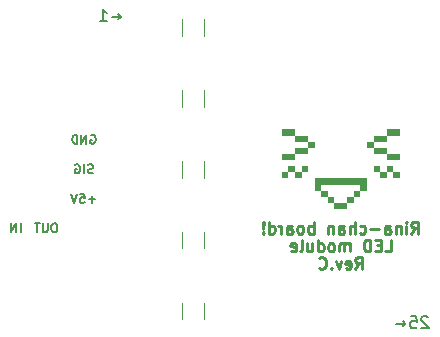
<source format=gbr>
%TF.GenerationSoftware,KiCad,Pcbnew,6.0.2-378541a8eb~116~ubuntu18.04.1*%
%TF.CreationDate,2022-03-16T16:53:27+09:00*%
%TF.ProjectId,led_a,6c65645f-612e-46b6-9963-61645f706362,rev?*%
%TF.SameCoordinates,Original*%
%TF.FileFunction,Legend,Bot*%
%TF.FilePolarity,Positive*%
%FSLAX46Y46*%
G04 Gerber Fmt 4.6, Leading zero omitted, Abs format (unit mm)*
G04 Created by KiCad (PCBNEW 6.0.2-378541a8eb~116~ubuntu18.04.1) date 2022-03-16 16:53:27*
%MOMM*%
%LPD*%
G01*
G04 APERTURE LIST*
%ADD10C,0.150000*%
%ADD11C,0.250000*%
%ADD12C,0.120000*%
G04 APERTURE END LIST*
D10*
X92095238Y-42071428D02*
X92857142Y-42071428D01*
X92666666Y-42261904D02*
X92857142Y-42071428D01*
X92666666Y-41880952D01*
X91095238Y-42452380D02*
X91666666Y-42452380D01*
X91380952Y-42452380D02*
X91380952Y-41452380D01*
X91476190Y-41595238D01*
X91571428Y-41690476D01*
X91666666Y-41738095D01*
X90321428Y-52125000D02*
X90392857Y-52089285D01*
X90500000Y-52089285D01*
X90607142Y-52125000D01*
X90678571Y-52196428D01*
X90714285Y-52267857D01*
X90750000Y-52410714D01*
X90750000Y-52517857D01*
X90714285Y-52660714D01*
X90678571Y-52732142D01*
X90607142Y-52803571D01*
X90500000Y-52839285D01*
X90428571Y-52839285D01*
X90321428Y-52803571D01*
X90285714Y-52767857D01*
X90285714Y-52517857D01*
X90428571Y-52517857D01*
X89964285Y-52839285D02*
X89964285Y-52089285D01*
X89535714Y-52839285D01*
X89535714Y-52089285D01*
X89178571Y-52839285D02*
X89178571Y-52089285D01*
X89000000Y-52089285D01*
X88892857Y-52125000D01*
X88821428Y-52196428D01*
X88785714Y-52267857D01*
X88750000Y-52410714D01*
X88750000Y-52517857D01*
X88785714Y-52660714D01*
X88821428Y-52732142D01*
X88892857Y-52803571D01*
X89000000Y-52839285D01*
X89178571Y-52839285D01*
X87320000Y-59579285D02*
X87177142Y-59579285D01*
X87105714Y-59615000D01*
X87034285Y-59686428D01*
X86998571Y-59829285D01*
X86998571Y-60079285D01*
X87034285Y-60222142D01*
X87105714Y-60293571D01*
X87177142Y-60329285D01*
X87320000Y-60329285D01*
X87391428Y-60293571D01*
X87462857Y-60222142D01*
X87498571Y-60079285D01*
X87498571Y-59829285D01*
X87462857Y-59686428D01*
X87391428Y-59615000D01*
X87320000Y-59579285D01*
X86677142Y-59579285D02*
X86677142Y-60186428D01*
X86641428Y-60257857D01*
X86605714Y-60293571D01*
X86534285Y-60329285D01*
X86391428Y-60329285D01*
X86320000Y-60293571D01*
X86284285Y-60257857D01*
X86248571Y-60186428D01*
X86248571Y-59579285D01*
X85998571Y-59579285D02*
X85570000Y-59579285D01*
X85784285Y-60329285D02*
X85784285Y-59579285D01*
X118880952Y-67547619D02*
X118833333Y-67500000D01*
X118738095Y-67452380D01*
X118500000Y-67452380D01*
X118404761Y-67500000D01*
X118357142Y-67547619D01*
X118309523Y-67642857D01*
X118309523Y-67738095D01*
X118357142Y-67880952D01*
X118928571Y-68452380D01*
X118309523Y-68452380D01*
X117404761Y-67452380D02*
X117880952Y-67452380D01*
X117928571Y-67928571D01*
X117880952Y-67880952D01*
X117785714Y-67833333D01*
X117547619Y-67833333D01*
X117452380Y-67880952D01*
X117404761Y-67928571D01*
X117357142Y-68023809D01*
X117357142Y-68261904D01*
X117404761Y-68357142D01*
X117452380Y-68404761D01*
X117547619Y-68452380D01*
X117785714Y-68452380D01*
X117880952Y-68404761D01*
X117928571Y-68357142D01*
X116166666Y-68071428D02*
X116928571Y-68071428D01*
X116738095Y-68261904D02*
X116928571Y-68071428D01*
X116738095Y-67880952D01*
D11*
X115238095Y-61952380D02*
X115714285Y-61952380D01*
X115714285Y-60952380D01*
X114904761Y-61428571D02*
X114571428Y-61428571D01*
X114428571Y-61952380D02*
X114904761Y-61952380D01*
X114904761Y-60952380D01*
X114428571Y-60952380D01*
X114000000Y-61952380D02*
X114000000Y-60952380D01*
X113761904Y-60952380D01*
X113619047Y-61000000D01*
X113523809Y-61095238D01*
X113476190Y-61190476D01*
X113428571Y-61380952D01*
X113428571Y-61523809D01*
X113476190Y-61714285D01*
X113523809Y-61809523D01*
X113619047Y-61904761D01*
X113761904Y-61952380D01*
X114000000Y-61952380D01*
X112238095Y-61952380D02*
X112238095Y-61285714D01*
X112238095Y-61380952D02*
X112190476Y-61333333D01*
X112095238Y-61285714D01*
X111952380Y-61285714D01*
X111857142Y-61333333D01*
X111809523Y-61428571D01*
X111809523Y-61952380D01*
X111809523Y-61428571D02*
X111761904Y-61333333D01*
X111666666Y-61285714D01*
X111523809Y-61285714D01*
X111428571Y-61333333D01*
X111380952Y-61428571D01*
X111380952Y-61952380D01*
X110761904Y-61952380D02*
X110857142Y-61904761D01*
X110904761Y-61857142D01*
X110952380Y-61761904D01*
X110952380Y-61476190D01*
X110904761Y-61380952D01*
X110857142Y-61333333D01*
X110761904Y-61285714D01*
X110619047Y-61285714D01*
X110523809Y-61333333D01*
X110476190Y-61380952D01*
X110428571Y-61476190D01*
X110428571Y-61761904D01*
X110476190Y-61857142D01*
X110523809Y-61904761D01*
X110619047Y-61952380D01*
X110761904Y-61952380D01*
X109571428Y-61952380D02*
X109571428Y-60952380D01*
X109571428Y-61904761D02*
X109666666Y-61952380D01*
X109857142Y-61952380D01*
X109952380Y-61904761D01*
X110000000Y-61857142D01*
X110047619Y-61761904D01*
X110047619Y-61476190D01*
X110000000Y-61380952D01*
X109952380Y-61333333D01*
X109857142Y-61285714D01*
X109666666Y-61285714D01*
X109571428Y-61333333D01*
X108666666Y-61285714D02*
X108666666Y-61952380D01*
X109095238Y-61285714D02*
X109095238Y-61809523D01*
X109047619Y-61904761D01*
X108952380Y-61952380D01*
X108809523Y-61952380D01*
X108714285Y-61904761D01*
X108666666Y-61857142D01*
X108047619Y-61952380D02*
X108142857Y-61904761D01*
X108190476Y-61809523D01*
X108190476Y-60952380D01*
X107285714Y-61904761D02*
X107380952Y-61952380D01*
X107571428Y-61952380D01*
X107666666Y-61904761D01*
X107714285Y-61809523D01*
X107714285Y-61428571D01*
X107666666Y-61333333D01*
X107571428Y-61285714D01*
X107380952Y-61285714D01*
X107285714Y-61333333D01*
X107238095Y-61428571D01*
X107238095Y-61523809D01*
X107714285Y-61619047D01*
D10*
X90517857Y-55303571D02*
X90410714Y-55339285D01*
X90232142Y-55339285D01*
X90160714Y-55303571D01*
X90125000Y-55267857D01*
X90089285Y-55196428D01*
X90089285Y-55125000D01*
X90125000Y-55053571D01*
X90160714Y-55017857D01*
X90232142Y-54982142D01*
X90375000Y-54946428D01*
X90446428Y-54910714D01*
X90482142Y-54875000D01*
X90517857Y-54803571D01*
X90517857Y-54732142D01*
X90482142Y-54660714D01*
X90446428Y-54625000D01*
X90375000Y-54589285D01*
X90196428Y-54589285D01*
X90089285Y-54625000D01*
X89767857Y-55339285D02*
X89767857Y-54589285D01*
X89017857Y-54625000D02*
X89089285Y-54589285D01*
X89196428Y-54589285D01*
X89303571Y-54625000D01*
X89375000Y-54696428D01*
X89410714Y-54767857D01*
X89446428Y-54910714D01*
X89446428Y-55017857D01*
X89410714Y-55160714D01*
X89375000Y-55232142D01*
X89303571Y-55303571D01*
X89196428Y-55339285D01*
X89125000Y-55339285D01*
X89017857Y-55303571D01*
X88982142Y-55267857D01*
X88982142Y-55017857D01*
X89125000Y-55017857D01*
D11*
X117476190Y-60452380D02*
X117809523Y-59976190D01*
X118047619Y-60452380D02*
X118047619Y-59452380D01*
X117666666Y-59452380D01*
X117571428Y-59500000D01*
X117523809Y-59547619D01*
X117476190Y-59642857D01*
X117476190Y-59785714D01*
X117523809Y-59880952D01*
X117571428Y-59928571D01*
X117666666Y-59976190D01*
X118047619Y-59976190D01*
X117047619Y-60452380D02*
X117047619Y-59785714D01*
X117047619Y-59452380D02*
X117095238Y-59500000D01*
X117047619Y-59547619D01*
X117000000Y-59500000D01*
X117047619Y-59452380D01*
X117047619Y-59547619D01*
X116571428Y-59785714D02*
X116571428Y-60452380D01*
X116571428Y-59880952D02*
X116523809Y-59833333D01*
X116428571Y-59785714D01*
X116285714Y-59785714D01*
X116190476Y-59833333D01*
X116142857Y-59928571D01*
X116142857Y-60452380D01*
X115238095Y-60452380D02*
X115238095Y-59928571D01*
X115285714Y-59833333D01*
X115380952Y-59785714D01*
X115571428Y-59785714D01*
X115666666Y-59833333D01*
X115238095Y-60404761D02*
X115333333Y-60452380D01*
X115571428Y-60452380D01*
X115666666Y-60404761D01*
X115714285Y-60309523D01*
X115714285Y-60214285D01*
X115666666Y-60119047D01*
X115571428Y-60071428D01*
X115333333Y-60071428D01*
X115238095Y-60023809D01*
X114761904Y-60071428D02*
X114000000Y-60071428D01*
X113095238Y-60404761D02*
X113190476Y-60452380D01*
X113380952Y-60452380D01*
X113476190Y-60404761D01*
X113523809Y-60357142D01*
X113571428Y-60261904D01*
X113571428Y-59976190D01*
X113523809Y-59880952D01*
X113476190Y-59833333D01*
X113380952Y-59785714D01*
X113190476Y-59785714D01*
X113095238Y-59833333D01*
X112666666Y-60452380D02*
X112666666Y-59452380D01*
X112238095Y-60452380D02*
X112238095Y-59928571D01*
X112285714Y-59833333D01*
X112380952Y-59785714D01*
X112523809Y-59785714D01*
X112619047Y-59833333D01*
X112666666Y-59880952D01*
X111333333Y-60452380D02*
X111333333Y-59928571D01*
X111380952Y-59833333D01*
X111476190Y-59785714D01*
X111666666Y-59785714D01*
X111761904Y-59833333D01*
X111333333Y-60404761D02*
X111428571Y-60452380D01*
X111666666Y-60452380D01*
X111761904Y-60404761D01*
X111809523Y-60309523D01*
X111809523Y-60214285D01*
X111761904Y-60119047D01*
X111666666Y-60071428D01*
X111428571Y-60071428D01*
X111333333Y-60023809D01*
X110857142Y-59785714D02*
X110857142Y-60452380D01*
X110857142Y-59880952D02*
X110809523Y-59833333D01*
X110714285Y-59785714D01*
X110571428Y-59785714D01*
X110476190Y-59833333D01*
X110428571Y-59928571D01*
X110428571Y-60452380D01*
X109190476Y-60452380D02*
X109190476Y-59452380D01*
X109190476Y-59833333D02*
X109095238Y-59785714D01*
X108904761Y-59785714D01*
X108809523Y-59833333D01*
X108761904Y-59880952D01*
X108714285Y-59976190D01*
X108714285Y-60261904D01*
X108761904Y-60357142D01*
X108809523Y-60404761D01*
X108904761Y-60452380D01*
X109095238Y-60452380D01*
X109190476Y-60404761D01*
X108142857Y-60452380D02*
X108238095Y-60404761D01*
X108285714Y-60357142D01*
X108333333Y-60261904D01*
X108333333Y-59976190D01*
X108285714Y-59880952D01*
X108238095Y-59833333D01*
X108142857Y-59785714D01*
X108000000Y-59785714D01*
X107904761Y-59833333D01*
X107857142Y-59880952D01*
X107809523Y-59976190D01*
X107809523Y-60261904D01*
X107857142Y-60357142D01*
X107904761Y-60404761D01*
X108000000Y-60452380D01*
X108142857Y-60452380D01*
X106952380Y-60452380D02*
X106952380Y-59928571D01*
X107000000Y-59833333D01*
X107095238Y-59785714D01*
X107285714Y-59785714D01*
X107380952Y-59833333D01*
X106952380Y-60404761D02*
X107047619Y-60452380D01*
X107285714Y-60452380D01*
X107380952Y-60404761D01*
X107428571Y-60309523D01*
X107428571Y-60214285D01*
X107380952Y-60119047D01*
X107285714Y-60071428D01*
X107047619Y-60071428D01*
X106952380Y-60023809D01*
X106476190Y-60452380D02*
X106476190Y-59785714D01*
X106476190Y-59976190D02*
X106428571Y-59880952D01*
X106380952Y-59833333D01*
X106285714Y-59785714D01*
X106190476Y-59785714D01*
X105428571Y-60452380D02*
X105428571Y-59452380D01*
X105428571Y-60404761D02*
X105523809Y-60452380D01*
X105714285Y-60452380D01*
X105809523Y-60404761D01*
X105857142Y-60357142D01*
X105904761Y-60261904D01*
X105904761Y-59976190D01*
X105857142Y-59880952D01*
X105809523Y-59833333D01*
X105714285Y-59785714D01*
X105523809Y-59785714D01*
X105428571Y-59833333D01*
X104952380Y-60357142D02*
X104904761Y-60404761D01*
X104952380Y-60452380D01*
X105000000Y-60404761D01*
X104952380Y-60357142D01*
X104952380Y-60452380D01*
X104952380Y-60071428D02*
X105000000Y-59500000D01*
X104952380Y-59452380D01*
X104904761Y-59500000D01*
X104952380Y-60071428D01*
X104952380Y-59452380D01*
X112738095Y-63452380D02*
X113071428Y-62976190D01*
X113309523Y-63452380D02*
X113309523Y-62452380D01*
X112928571Y-62452380D01*
X112833333Y-62500000D01*
X112785714Y-62547619D01*
X112738095Y-62642857D01*
X112738095Y-62785714D01*
X112785714Y-62880952D01*
X112833333Y-62928571D01*
X112928571Y-62976190D01*
X113309523Y-62976190D01*
X111928571Y-63404761D02*
X112023809Y-63452380D01*
X112214285Y-63452380D01*
X112309523Y-63404761D01*
X112357142Y-63309523D01*
X112357142Y-62928571D01*
X112309523Y-62833333D01*
X112214285Y-62785714D01*
X112023809Y-62785714D01*
X111928571Y-62833333D01*
X111880952Y-62928571D01*
X111880952Y-63023809D01*
X112357142Y-63119047D01*
X111547619Y-62785714D02*
X111309523Y-63452380D01*
X111071428Y-62785714D01*
X110690476Y-63357142D02*
X110642857Y-63404761D01*
X110690476Y-63452380D01*
X110738095Y-63404761D01*
X110690476Y-63357142D01*
X110690476Y-63452380D01*
X109642857Y-63357142D02*
X109690476Y-63404761D01*
X109833333Y-63452380D01*
X109928571Y-63452380D01*
X110071428Y-63404761D01*
X110166666Y-63309523D01*
X110214285Y-63214285D01*
X110261904Y-63023809D01*
X110261904Y-62880952D01*
X110214285Y-62690476D01*
X110166666Y-62595238D01*
X110071428Y-62500000D01*
X109928571Y-62452380D01*
X109833333Y-62452380D01*
X109690476Y-62500000D01*
X109642857Y-62547619D01*
D10*
X84392857Y-60339285D02*
X84392857Y-59589285D01*
X84035714Y-60339285D02*
X84035714Y-59589285D01*
X83607142Y-60339285D01*
X83607142Y-59589285D01*
X90714285Y-57553571D02*
X90142857Y-57553571D01*
X90428571Y-57839285D02*
X90428571Y-57267857D01*
X89428571Y-57089285D02*
X89785714Y-57089285D01*
X89821428Y-57446428D01*
X89785714Y-57410714D01*
X89714285Y-57375000D01*
X89535714Y-57375000D01*
X89464285Y-57410714D01*
X89428571Y-57446428D01*
X89392857Y-57517857D01*
X89392857Y-57696428D01*
X89428571Y-57767857D01*
X89464285Y-57803571D01*
X89535714Y-57839285D01*
X89714285Y-57839285D01*
X89785714Y-57803571D01*
X89821428Y-57767857D01*
X89178571Y-57089285D02*
X88928571Y-57839285D01*
X88678571Y-57089285D01*
D12*
%TO.C,C2*%
X98090000Y-49711252D02*
X98090000Y-48288748D01*
X99910000Y-49711252D02*
X99910000Y-48288748D01*
%TO.C,C4*%
X99910000Y-61711252D02*
X99910000Y-60288748D01*
X98090000Y-61711252D02*
X98090000Y-60288748D01*
%TO.C,G\u002A\u002A\u002A*%
G36*
X116491958Y-55783570D02*
G01*
X115937296Y-55783570D01*
X115937296Y-55264125D01*
X116491958Y-55264125D01*
X116491958Y-55783570D01*
G37*
G36*
X114827972Y-55264125D02*
G01*
X114273310Y-55264125D01*
X114273310Y-54744679D01*
X114827972Y-54744679D01*
X114827972Y-55264125D01*
G37*
G36*
X107062704Y-55783570D02*
G01*
X106508042Y-55783570D01*
X106508042Y-55264125D01*
X107062704Y-55264125D01*
X107062704Y-55783570D01*
G37*
G36*
X116491958Y-52147452D02*
G01*
X115382634Y-52147452D01*
X115382634Y-51628007D01*
X116491958Y-51628007D01*
X116491958Y-52147452D01*
G37*
G36*
X108172028Y-55783570D02*
G01*
X107617366Y-55783570D01*
X107617366Y-55264125D01*
X108172028Y-55264125D01*
X108172028Y-55783570D01*
G37*
G36*
X115382634Y-55783570D02*
G01*
X114827972Y-55783570D01*
X114827972Y-55264125D01*
X115382634Y-55264125D01*
X115382634Y-55783570D01*
G37*
G36*
X115382634Y-53705788D02*
G01*
X114273310Y-53705788D01*
X114273310Y-53186343D01*
X115382634Y-53186343D01*
X115382634Y-53705788D01*
G37*
G36*
X107617366Y-54225234D02*
G01*
X106508042Y-54225234D01*
X106508042Y-53705788D01*
X107617366Y-53705788D01*
X107617366Y-54225234D01*
G37*
G36*
X109281352Y-53186343D02*
G01*
X108726690Y-53186343D01*
X108726690Y-52666897D01*
X109281352Y-52666897D01*
X109281352Y-53186343D01*
G37*
G36*
X115937296Y-55264125D02*
G01*
X115382634Y-55264125D01*
X115382634Y-54744679D01*
X115937296Y-54744679D01*
X115937296Y-55264125D01*
G37*
G36*
X108726690Y-55264125D02*
G01*
X108172028Y-55264125D01*
X108172028Y-54744679D01*
X108726690Y-54744679D01*
X108726690Y-55264125D01*
G37*
G36*
X113718648Y-56822461D02*
G01*
X113163986Y-56822461D01*
X113163986Y-56303015D01*
X109836014Y-56303015D01*
X109836014Y-56822461D01*
X110390676Y-56822461D01*
X110390676Y-57341906D01*
X110945338Y-57341906D01*
X110945338Y-57861352D01*
X112054662Y-57861352D01*
X112054662Y-57341906D01*
X112609324Y-57341906D01*
X112609324Y-56822461D01*
X113163986Y-56822461D01*
X113163986Y-57341906D01*
X112609324Y-57341906D01*
X112609324Y-57861352D01*
X112054662Y-57861352D01*
X112054662Y-58380797D01*
X110945338Y-58380797D01*
X110945338Y-57861352D01*
X110390676Y-57861352D01*
X110390676Y-57341906D01*
X109836014Y-57341906D01*
X109836014Y-56822461D01*
X109281352Y-56822461D01*
X109281352Y-55783570D01*
X113718648Y-55783570D01*
X113718648Y-56822461D01*
G37*
G36*
X114273310Y-53186343D02*
G01*
X113718648Y-53186343D01*
X113718648Y-52666897D01*
X114273310Y-52666897D01*
X114273310Y-53186343D01*
G37*
G36*
X108726690Y-53705788D02*
G01*
X107617366Y-53705788D01*
X107617366Y-53186343D01*
X108726690Y-53186343D01*
X108726690Y-53705788D01*
G37*
G36*
X108726690Y-52666897D02*
G01*
X107617366Y-52666897D01*
X107617366Y-52147452D01*
X108726690Y-52147452D01*
X108726690Y-52666897D01*
G37*
G36*
X115382634Y-52666897D02*
G01*
X114273310Y-52666897D01*
X114273310Y-52147452D01*
X115382634Y-52147452D01*
X115382634Y-52666897D01*
G37*
G36*
X116491958Y-54225234D02*
G01*
X115382634Y-54225234D01*
X115382634Y-53705788D01*
X116491958Y-53705788D01*
X116491958Y-54225234D01*
G37*
G36*
X107617366Y-52147452D02*
G01*
X106508042Y-52147452D01*
X106508042Y-51628007D01*
X107617366Y-51628007D01*
X107617366Y-52147452D01*
G37*
G36*
X107617366Y-55264125D02*
G01*
X107062704Y-55264125D01*
X107062704Y-54744679D01*
X107617366Y-54744679D01*
X107617366Y-55264125D01*
G37*
%TO.C,C5*%
X99910000Y-67711252D02*
X99910000Y-66288748D01*
X98090000Y-67711252D02*
X98090000Y-66288748D01*
%TO.C,C3*%
X98090000Y-55711252D02*
X98090000Y-54288748D01*
X99910000Y-55711252D02*
X99910000Y-54288748D01*
%TO.C,C1*%
X99910000Y-43711252D02*
X99910000Y-42288748D01*
X98090000Y-43711252D02*
X98090000Y-42288748D01*
%TD*%
M02*

</source>
